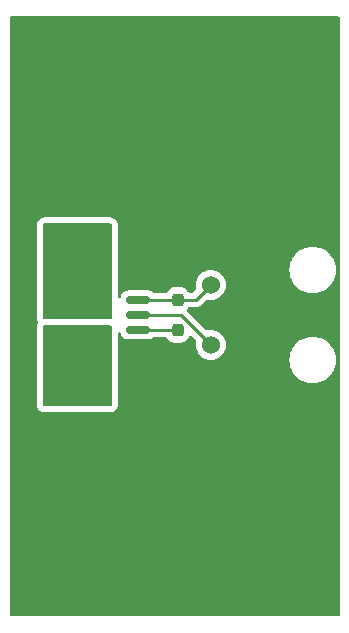
<source format=gbr>
%TF.GenerationSoftware,KiCad,Pcbnew,7.0.5*%
%TF.CreationDate,2023-10-04T22:19:23-05:00*%
%TF.ProjectId,Current Sensing Breakout,43757272-656e-4742-9053-656e73696e67,rev?*%
%TF.SameCoordinates,Original*%
%TF.FileFunction,Copper,L1,Top*%
%TF.FilePolarity,Positive*%
%FSLAX46Y46*%
G04 Gerber Fmt 4.6, Leading zero omitted, Abs format (unit mm)*
G04 Created by KiCad (PCBNEW 7.0.5) date 2023-10-04 22:19:23*
%MOMM*%
%LPD*%
G01*
G04 APERTURE LIST*
G04 Aperture macros list*
%AMRoundRect*
0 Rectangle with rounded corners*
0 $1 Rounding radius*
0 $2 $3 $4 $5 $6 $7 $8 $9 X,Y pos of 4 corners*
0 Add a 4 corners polygon primitive as box body*
4,1,4,$2,$3,$4,$5,$6,$7,$8,$9,$2,$3,0*
0 Add four circle primitives for the rounded corners*
1,1,$1+$1,$2,$3*
1,1,$1+$1,$4,$5*
1,1,$1+$1,$6,$7*
1,1,$1+$1,$8,$9*
0 Add four rect primitives between the rounded corners*
20,1,$1+$1,$2,$3,$4,$5,0*
20,1,$1+$1,$4,$5,$6,$7,0*
20,1,$1+$1,$6,$7,$8,$9,0*
20,1,$1+$1,$8,$9,$2,$3,0*%
G04 Aperture macros list end*
%TA.AperFunction,ComponentPad*%
%ADD10C,1.524000*%
%TD*%
%TA.AperFunction,SMDPad,CuDef*%
%ADD11RoundRect,0.237500X-0.237500X0.300000X-0.237500X-0.300000X0.237500X-0.300000X0.237500X0.300000X0*%
%TD*%
%TA.AperFunction,SMDPad,CuDef*%
%ADD12RoundRect,0.237500X0.237500X-0.300000X0.237500X0.300000X-0.237500X0.300000X-0.237500X-0.300000X0*%
%TD*%
%TA.AperFunction,SMDPad,CuDef*%
%ADD13RoundRect,0.150000X-0.825000X-0.150000X0.825000X-0.150000X0.825000X0.150000X-0.825000X0.150000X0*%
%TD*%
%TA.AperFunction,ComponentPad*%
%ADD14O,5.100000X3.000000*%
%TD*%
%TA.AperFunction,Conductor*%
%ADD15C,0.250000*%
%TD*%
G04 APERTURE END LIST*
D10*
%TO.P,Conn3,1*%
%TO.N,Net-(U1-VCC)*%
X65278000Y-48133000D03*
%TO.P,Conn3,2*%
%TO.N,GND*%
X65278000Y-50673000D03*
%TO.P,Conn3,3*%
%TO.N,Net-(U1-VIOUT)*%
X65278000Y-53213000D03*
%TD*%
D11*
%TO.P,C1,1*%
%TO.N,Net-(U1-FILTER)*%
X62484000Y-51969500D03*
%TO.P,C1,2*%
%TO.N,GND*%
X62484000Y-53694500D03*
%TD*%
D12*
%TO.P,C2,1*%
%TO.N,Net-(U1-VCC)*%
X62484000Y-49376500D03*
%TO.P,C2,2*%
%TO.N,GND*%
X62484000Y-47651500D03*
%TD*%
D13*
%TO.P,U1,1,IP+*%
%TO.N,Net-(Conn1D-PV+)*%
X54167000Y-49403000D03*
%TO.P,U1,2,IP+*%
X54167000Y-50673000D03*
%TO.P,U1,3,IP-*%
%TO.N,Net-(Conn2D-PV+)*%
X54167000Y-51943000D03*
%TO.P,U1,4,IP-*%
X54167000Y-53213000D03*
%TO.P,U1,5,GND*%
%TO.N,GND*%
X59117000Y-53213000D03*
%TO.P,U1,6,FILTER*%
%TO.N,Net-(U1-FILTER)*%
X59117000Y-51943000D03*
%TO.P,U1,7,VIOUT*%
%TO.N,Net-(U1-VIOUT)*%
X59117000Y-50673000D03*
%TO.P,U1,8,VCC*%
%TO.N,Net-(U1-VCC)*%
X59117000Y-49403000D03*
%TD*%
D14*
%TO.P,Conn1,1,GND*%
%TO.N,GND*%
X61849000Y-44704000D03*
%TO.P,Conn1,4,PV+*%
%TO.N,Net-(Conn1D-PV+)*%
X53975000Y-44704000D03*
%TD*%
%TO.P,Conn2,1,GND*%
%TO.N,GND*%
X61849000Y-56642000D03*
%TO.P,Conn2,4,PV+*%
%TO.N,Net-(Conn2D-PV+)*%
X53975000Y-56642000D03*
%TD*%
D15*
%TO.N,Net-(U1-FILTER)*%
X62457500Y-51943000D02*
X62484000Y-51969500D01*
X59117000Y-51943000D02*
X62457500Y-51943000D01*
%TO.N,Net-(U1-VCC)*%
X59117000Y-49403000D02*
X61976000Y-49403000D01*
X61976000Y-49403000D02*
X62457500Y-49403000D01*
X64008000Y-49403000D02*
X61976000Y-49403000D01*
X62457500Y-49403000D02*
X62484000Y-49376500D01*
X65278000Y-48133000D02*
X64008000Y-49403000D01*
%TO.N,Net-(U1-VIOUT)*%
X62738000Y-50673000D02*
X65278000Y-53213000D01*
X59117000Y-50673000D02*
X62738000Y-50673000D01*
%TD*%
%TA.AperFunction,Conductor*%
%TO.N,Net-(Conn1D-PV+)*%
G36*
X56839039Y-42945685D02*
G01*
X56884794Y-42998489D01*
X56896000Y-43050000D01*
X56896000Y-50930000D01*
X56876315Y-50997039D01*
X56823511Y-51042794D01*
X56772000Y-51054000D01*
X51178000Y-51054000D01*
X51110961Y-51034315D01*
X51065206Y-50981511D01*
X51054000Y-50930000D01*
X51054000Y-43050000D01*
X51073685Y-42982961D01*
X51126489Y-42937206D01*
X51178000Y-42926000D01*
X56772000Y-42926000D01*
X56839039Y-42945685D01*
G37*
%TD.AperFunction*%
%TD*%
%TA.AperFunction,Conductor*%
%TO.N,Net-(Conn2D-PV+)*%
G36*
X56839039Y-51581685D02*
G01*
X56884794Y-51634489D01*
X56896000Y-51686000D01*
X56896000Y-58296000D01*
X56876315Y-58363039D01*
X56823511Y-58408794D01*
X56772000Y-58420000D01*
X51178000Y-58420000D01*
X51110961Y-58400315D01*
X51065206Y-58347511D01*
X51054000Y-58296000D01*
X51054000Y-51686000D01*
X51073685Y-51618961D01*
X51126489Y-51573206D01*
X51178000Y-51562000D01*
X56772000Y-51562000D01*
X56839039Y-51581685D01*
G37*
%TD.AperFunction*%
%TD*%
%TA.AperFunction,Conductor*%
%TO.N,GND*%
G36*
X76142539Y-25420185D02*
G01*
X76188294Y-25472989D01*
X76199500Y-25524500D01*
X76199500Y-76075500D01*
X76179815Y-76142539D01*
X76127011Y-76188294D01*
X76075500Y-76199500D01*
X48384500Y-76199500D01*
X48317461Y-76179815D01*
X48271706Y-76127011D01*
X48260500Y-76075500D01*
X48260500Y-58296000D01*
X50548500Y-58296000D01*
X50548501Y-58296009D01*
X50560052Y-58403450D01*
X50560054Y-58403462D01*
X50571260Y-58454972D01*
X50605383Y-58557497D01*
X50605386Y-58557503D01*
X50683171Y-58678537D01*
X50683179Y-58678548D01*
X50728923Y-58731340D01*
X50728926Y-58731343D01*
X50728930Y-58731347D01*
X50837664Y-58825567D01*
X50837667Y-58825568D01*
X50837668Y-58825569D01*
X50968536Y-58885336D01*
X50968537Y-58885336D01*
X50968541Y-58885338D01*
X51035580Y-58905023D01*
X51035584Y-58905024D01*
X51178000Y-58925500D01*
X51178003Y-58925500D01*
X56771990Y-58925500D01*
X56772000Y-58925500D01*
X56879456Y-58913947D01*
X56930967Y-58902741D01*
X56965197Y-58891347D01*
X57033497Y-58868616D01*
X57033501Y-58868613D01*
X57033504Y-58868613D01*
X57154543Y-58790825D01*
X57207347Y-58745070D01*
X57301567Y-58636336D01*
X57361338Y-58505459D01*
X57381023Y-58438420D01*
X57381024Y-58438416D01*
X57401500Y-58296000D01*
X57401500Y-54483001D01*
X71933454Y-54483001D01*
X71953613Y-54764866D01*
X72013678Y-55040977D01*
X72013680Y-55040984D01*
X72074993Y-55205372D01*
X72112432Y-55305750D01*
X72112434Y-55305754D01*
X72247855Y-55553758D01*
X72247860Y-55553766D01*
X72417196Y-55779974D01*
X72417212Y-55779992D01*
X72617007Y-55979787D01*
X72617025Y-55979803D01*
X72843233Y-56149139D01*
X72843241Y-56149144D01*
X73091245Y-56284565D01*
X73091249Y-56284567D01*
X73091251Y-56284568D01*
X73356016Y-56383320D01*
X73494077Y-56413353D01*
X73632133Y-56443386D01*
X73632135Y-56443386D01*
X73632139Y-56443387D01*
X73843447Y-56458500D01*
X73984553Y-56458500D01*
X74195861Y-56443387D01*
X74471984Y-56383320D01*
X74736749Y-56284568D01*
X74984764Y-56149141D01*
X75210982Y-55979797D01*
X75410797Y-55779982D01*
X75580141Y-55553764D01*
X75715568Y-55305749D01*
X75814320Y-55040984D01*
X75874387Y-54764861D01*
X75894546Y-54483000D01*
X75892977Y-54461069D01*
X75882211Y-54310531D01*
X75874387Y-54201139D01*
X75870621Y-54183829D01*
X75814321Y-53925022D01*
X75814320Y-53925016D01*
X75715568Y-53660251D01*
X75708029Y-53646445D01*
X75580144Y-53412241D01*
X75580139Y-53412233D01*
X75410803Y-53186025D01*
X75410787Y-53186007D01*
X75210992Y-52986212D01*
X75210974Y-52986196D01*
X74984766Y-52816860D01*
X74984758Y-52816855D01*
X74736754Y-52681434D01*
X74736750Y-52681432D01*
X74591891Y-52627403D01*
X74471984Y-52582680D01*
X74471980Y-52582679D01*
X74471977Y-52582678D01*
X74195866Y-52522613D01*
X73984555Y-52507500D01*
X73984553Y-52507500D01*
X73843447Y-52507500D01*
X73843444Y-52507500D01*
X73632133Y-52522613D01*
X73356022Y-52582678D01*
X73356017Y-52582679D01*
X73356016Y-52582680D01*
X73296659Y-52604819D01*
X73091249Y-52681432D01*
X73091245Y-52681434D01*
X72843241Y-52816855D01*
X72843233Y-52816860D01*
X72617025Y-52986196D01*
X72617007Y-52986212D01*
X72417212Y-53186007D01*
X72417196Y-53186025D01*
X72247860Y-53412233D01*
X72247855Y-53412241D01*
X72112434Y-53660245D01*
X72112432Y-53660249D01*
X72013678Y-53925022D01*
X71953613Y-54201133D01*
X71933454Y-54482998D01*
X71933454Y-54483001D01*
X57401500Y-54483001D01*
X57401500Y-52230764D01*
X57421185Y-52163725D01*
X57473989Y-52117970D01*
X57543147Y-52108026D01*
X57606703Y-52137051D01*
X57644477Y-52195829D01*
X57644576Y-52196169D01*
X57690254Y-52353393D01*
X57690255Y-52353396D01*
X57773917Y-52494862D01*
X57773923Y-52494870D01*
X57890129Y-52611076D01*
X57890133Y-52611079D01*
X57890135Y-52611081D01*
X58031602Y-52694744D01*
X58073224Y-52706836D01*
X58189426Y-52740597D01*
X58189429Y-52740597D01*
X58189431Y-52740598D01*
X58226306Y-52743500D01*
X58226314Y-52743500D01*
X60007686Y-52743500D01*
X60007694Y-52743500D01*
X60044569Y-52740598D01*
X60044571Y-52740597D01*
X60044573Y-52740597D01*
X60086191Y-52728505D01*
X60202398Y-52694744D01*
X60343865Y-52611081D01*
X60343869Y-52611076D01*
X60350128Y-52604819D01*
X60411451Y-52571334D01*
X60437809Y-52568500D01*
X61494623Y-52568500D01*
X61561662Y-52588185D01*
X61600161Y-52627402D01*
X61663660Y-52730350D01*
X61785650Y-52852340D01*
X61932484Y-52942908D01*
X62096247Y-52997174D01*
X62197323Y-53007500D01*
X62770676Y-53007499D01*
X62770684Y-53007498D01*
X62770687Y-53007498D01*
X62826030Y-53001844D01*
X62871753Y-52997174D01*
X63035516Y-52942908D01*
X63182350Y-52852340D01*
X63304340Y-52730350D01*
X63394908Y-52583516D01*
X63423520Y-52497171D01*
X63463290Y-52439729D01*
X63527805Y-52412905D01*
X63596581Y-52425220D01*
X63628905Y-52448496D01*
X64009613Y-52829204D01*
X64043098Y-52890527D01*
X64041707Y-52948977D01*
X64029931Y-52992926D01*
X64029931Y-52992929D01*
X64029930Y-52992932D01*
X64025116Y-53047948D01*
X64010677Y-53212997D01*
X64010677Y-53213002D01*
X64029929Y-53433062D01*
X64029930Y-53433070D01*
X64087104Y-53646445D01*
X64087105Y-53646447D01*
X64087106Y-53646450D01*
X64180465Y-53846661D01*
X64180466Y-53846662D01*
X64180468Y-53846666D01*
X64307170Y-54027615D01*
X64307175Y-54027621D01*
X64463378Y-54183824D01*
X64463384Y-54183829D01*
X64644333Y-54310531D01*
X64644335Y-54310532D01*
X64644338Y-54310534D01*
X64844550Y-54403894D01*
X65057932Y-54461070D01*
X65215123Y-54474822D01*
X65277998Y-54480323D01*
X65278000Y-54480323D01*
X65278002Y-54480323D01*
X65333017Y-54475509D01*
X65498068Y-54461070D01*
X65711450Y-54403894D01*
X65911662Y-54310534D01*
X66092620Y-54183826D01*
X66248826Y-54027620D01*
X66375534Y-53846662D01*
X66468894Y-53646450D01*
X66526070Y-53433068D01*
X66545323Y-53213000D01*
X66542962Y-53186018D01*
X66538103Y-53130474D01*
X66526070Y-52992932D01*
X66468894Y-52779550D01*
X66375534Y-52579339D01*
X66277779Y-52439729D01*
X66248827Y-52398381D01*
X66203839Y-52353393D01*
X66092620Y-52242174D01*
X66092616Y-52242171D01*
X66092615Y-52242170D01*
X65911666Y-52115468D01*
X65911662Y-52115466D01*
X65895707Y-52108026D01*
X65711450Y-52022106D01*
X65711447Y-52022105D01*
X65711445Y-52022104D01*
X65498070Y-51964930D01*
X65498062Y-51964929D01*
X65278002Y-51945677D01*
X65277998Y-51945677D01*
X65131288Y-51958512D01*
X65057932Y-51964930D01*
X65057930Y-51964930D01*
X65057926Y-51964931D01*
X65013977Y-51976707D01*
X64944127Y-51975044D01*
X64894204Y-51944613D01*
X63283321Y-50333730D01*
X63249836Y-50272407D01*
X63254820Y-50202715D01*
X63283320Y-50158369D01*
X63304340Y-50137350D01*
X63335148Y-50087402D01*
X63387095Y-50040679D01*
X63440686Y-50028500D01*
X63925257Y-50028500D01*
X63940877Y-50030224D01*
X63940904Y-50029939D01*
X63948666Y-50030673D01*
X63948666Y-50030672D01*
X63948667Y-50030673D01*
X63951999Y-50030568D01*
X64016847Y-50028531D01*
X64018794Y-50028500D01*
X64047347Y-50028500D01*
X64047350Y-50028500D01*
X64054228Y-50027630D01*
X64060041Y-50027172D01*
X64106627Y-50025709D01*
X64125869Y-50020117D01*
X64144912Y-50016174D01*
X64164792Y-50013664D01*
X64208122Y-49996507D01*
X64213646Y-49994617D01*
X64217396Y-49993527D01*
X64258390Y-49981618D01*
X64275629Y-49971422D01*
X64293103Y-49962862D01*
X64311727Y-49955488D01*
X64311727Y-49955487D01*
X64311732Y-49955486D01*
X64349449Y-49928082D01*
X64354305Y-49924892D01*
X64394420Y-49901170D01*
X64408589Y-49886999D01*
X64423379Y-49874368D01*
X64439587Y-49862594D01*
X64469299Y-49826676D01*
X64473212Y-49822376D01*
X64894204Y-49401384D01*
X64955526Y-49367901D01*
X65013976Y-49369291D01*
X65057932Y-49381070D01*
X65215123Y-49394822D01*
X65277998Y-49400323D01*
X65278000Y-49400323D01*
X65278002Y-49400323D01*
X65333017Y-49395509D01*
X65498068Y-49381070D01*
X65711450Y-49323894D01*
X65911662Y-49230534D01*
X66092620Y-49103826D01*
X66248826Y-48947620D01*
X66375534Y-48766662D01*
X66468894Y-48566450D01*
X66526070Y-48353068D01*
X66542962Y-48159992D01*
X66545323Y-48133002D01*
X66545323Y-48132997D01*
X66538103Y-48050474D01*
X66526070Y-47912932D01*
X66468894Y-47699550D01*
X66375534Y-47499339D01*
X66248826Y-47318380D01*
X66092620Y-47162174D01*
X66092616Y-47162171D01*
X66092615Y-47162170D01*
X65911666Y-47035468D01*
X65911662Y-47035466D01*
X65911660Y-47035465D01*
X65711450Y-46942106D01*
X65711447Y-46942105D01*
X65711445Y-46942104D01*
X65498070Y-46884930D01*
X65498062Y-46884929D01*
X65278002Y-46865677D01*
X65277998Y-46865677D01*
X65057937Y-46884929D01*
X65057929Y-46884930D01*
X64844554Y-46942104D01*
X64844548Y-46942107D01*
X64644340Y-47035465D01*
X64644338Y-47035466D01*
X64463377Y-47162175D01*
X64307175Y-47318377D01*
X64180466Y-47499338D01*
X64180465Y-47499340D01*
X64087107Y-47699548D01*
X64087104Y-47699554D01*
X64029930Y-47912929D01*
X64029929Y-47912937D01*
X64010677Y-48132997D01*
X64010677Y-48133002D01*
X64013038Y-48159992D01*
X64029930Y-48353068D01*
X64031730Y-48359787D01*
X64041707Y-48397019D01*
X64040044Y-48466869D01*
X64009613Y-48516794D01*
X63785226Y-48741182D01*
X63723906Y-48774666D01*
X63697547Y-48777500D01*
X63473377Y-48777500D01*
X63406338Y-48757815D01*
X63367838Y-48718597D01*
X63304340Y-48615650D01*
X63182350Y-48493660D01*
X63035516Y-48403092D01*
X62871753Y-48348826D01*
X62871751Y-48348825D01*
X62770678Y-48338500D01*
X62197330Y-48338500D01*
X62197312Y-48338501D01*
X62096247Y-48348825D01*
X61932484Y-48403092D01*
X61932481Y-48403093D01*
X61785648Y-48493661D01*
X61663661Y-48615648D01*
X61600162Y-48718597D01*
X61548214Y-48765322D01*
X61494623Y-48777500D01*
X60437809Y-48777500D01*
X60370770Y-48757815D01*
X60350128Y-48741181D01*
X60343870Y-48734923D01*
X60343862Y-48734917D01*
X60202396Y-48651255D01*
X60202393Y-48651254D01*
X60044573Y-48605402D01*
X60044567Y-48605401D01*
X60007701Y-48602500D01*
X60007694Y-48602500D01*
X58226306Y-48602500D01*
X58226298Y-48602500D01*
X58189432Y-48605401D01*
X58189426Y-48605402D01*
X58031606Y-48651254D01*
X58031603Y-48651255D01*
X57890137Y-48734917D01*
X57890129Y-48734923D01*
X57773923Y-48851129D01*
X57773917Y-48851137D01*
X57690255Y-48992603D01*
X57690254Y-48992606D01*
X57644576Y-49149830D01*
X57606970Y-49208716D01*
X57543497Y-49237922D01*
X57474311Y-49228176D01*
X57421376Y-49182572D01*
X57401501Y-49115589D01*
X57401500Y-49115235D01*
X57401500Y-46863001D01*
X71933454Y-46863001D01*
X71953613Y-47144866D01*
X72013678Y-47420977D01*
X72013680Y-47420984D01*
X72074993Y-47585372D01*
X72112432Y-47685750D01*
X72112434Y-47685754D01*
X72247855Y-47933758D01*
X72247860Y-47933766D01*
X72417196Y-48159974D01*
X72417212Y-48159992D01*
X72617007Y-48359787D01*
X72617025Y-48359803D01*
X72843233Y-48529139D01*
X72843241Y-48529144D01*
X73091245Y-48664565D01*
X73091249Y-48664567D01*
X73091251Y-48664568D01*
X73356016Y-48763320D01*
X73494077Y-48793353D01*
X73632133Y-48823386D01*
X73632135Y-48823386D01*
X73632139Y-48823387D01*
X73843447Y-48838500D01*
X73984553Y-48838500D01*
X74195861Y-48823387D01*
X74471984Y-48763320D01*
X74736749Y-48664568D01*
X74984764Y-48529141D01*
X75210982Y-48359797D01*
X75410797Y-48159982D01*
X75580141Y-47933764D01*
X75715568Y-47685749D01*
X75814320Y-47420984D01*
X75874387Y-47144861D01*
X75894546Y-46863000D01*
X75874387Y-46581139D01*
X75814320Y-46305016D01*
X75715568Y-46040251D01*
X75580141Y-45792236D01*
X75580139Y-45792233D01*
X75410803Y-45566025D01*
X75410787Y-45566007D01*
X75210992Y-45366212D01*
X75210974Y-45366196D01*
X74984766Y-45196860D01*
X74984758Y-45196855D01*
X74736754Y-45061434D01*
X74736750Y-45061432D01*
X74636372Y-45023993D01*
X74471984Y-44962680D01*
X74471980Y-44962679D01*
X74471977Y-44962678D01*
X74195866Y-44902613D01*
X73984555Y-44887500D01*
X73984553Y-44887500D01*
X73843447Y-44887500D01*
X73843444Y-44887500D01*
X73632133Y-44902613D01*
X73356022Y-44962678D01*
X73356017Y-44962679D01*
X73356016Y-44962680D01*
X73292003Y-44986555D01*
X73091249Y-45061432D01*
X73091245Y-45061434D01*
X72843241Y-45196855D01*
X72843233Y-45196860D01*
X72617025Y-45366196D01*
X72617007Y-45366212D01*
X72417212Y-45566007D01*
X72417196Y-45566025D01*
X72247860Y-45792233D01*
X72247855Y-45792241D01*
X72112434Y-46040245D01*
X72112432Y-46040249D01*
X72013678Y-46305022D01*
X71953613Y-46581133D01*
X71933454Y-46862998D01*
X71933454Y-46863001D01*
X57401500Y-46863001D01*
X57401500Y-43050009D01*
X57401500Y-43050000D01*
X57389947Y-42942544D01*
X57378741Y-42891033D01*
X57378637Y-42890722D01*
X57344616Y-42788502D01*
X57344613Y-42788496D01*
X57266828Y-42667462D01*
X57266825Y-42667457D01*
X57266820Y-42667451D01*
X57221076Y-42614659D01*
X57221072Y-42614656D01*
X57221070Y-42614653D01*
X57112336Y-42520433D01*
X57112333Y-42520431D01*
X57112331Y-42520430D01*
X56981463Y-42460663D01*
X56922195Y-42443260D01*
X56914420Y-42440977D01*
X56914416Y-42440976D01*
X56772000Y-42420500D01*
X51178000Y-42420500D01*
X51177991Y-42420500D01*
X51177990Y-42420501D01*
X51070549Y-42432052D01*
X51070537Y-42432054D01*
X51019027Y-42443260D01*
X50916502Y-42477383D01*
X50916496Y-42477386D01*
X50795462Y-42555171D01*
X50795451Y-42555179D01*
X50742659Y-42600923D01*
X50648433Y-42709664D01*
X50648430Y-42709668D01*
X50588663Y-42840536D01*
X50573836Y-42891033D01*
X50568977Y-42907580D01*
X50568976Y-42907584D01*
X50548500Y-43050000D01*
X50548500Y-50930000D01*
X50548501Y-50930009D01*
X50560052Y-51037450D01*
X50560054Y-51037462D01*
X50571260Y-51088972D01*
X50605384Y-51191500D01*
X50605387Y-51191504D01*
X50632008Y-51232927D01*
X50635100Y-51237737D01*
X50654785Y-51304777D01*
X50643579Y-51356290D01*
X50588663Y-51476536D01*
X50572200Y-51532603D01*
X50568977Y-51543580D01*
X50568976Y-51543584D01*
X50548500Y-51686000D01*
X50548500Y-58296000D01*
X48260500Y-58296000D01*
X48260500Y-25524500D01*
X48280185Y-25457461D01*
X48332989Y-25411706D01*
X48384500Y-25400500D01*
X76075500Y-25400500D01*
X76142539Y-25420185D01*
G37*
%TD.AperFunction*%
%TD*%
M02*

</source>
